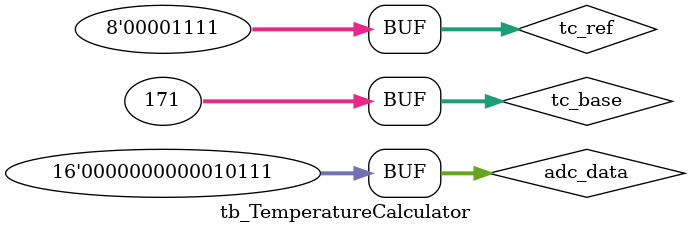
<source format=v>
`timescale 1ns / 1ps


module tb_TemperatureCalculator;

	// Inputs
	reg [31:0] tc_base;
	reg [7:0] tc_ref;
	reg [15:0] adc_data;

	// Outputs
	wire [31:0] tempc;

	// Instantiate the Unit Under Test (UUT)
	TemperatureCalculator uut (
		.tc_base(tc_base), 
		.tc_ref(tc_ref), 
		.adc_data(adc_data), 
		.tempc(tempc)
	);

	initial begin
		// Initialize Inputs
		tc_base = 32'b00000000000000000000000010101011;
		tc_ref = 8'b00001111;
		adc_data = 16'b0000000000010111;
		// Wait 100 ns for global reset to finish
		#100;
        
		// Add stimulus here

	end
      
endmodule


</source>
